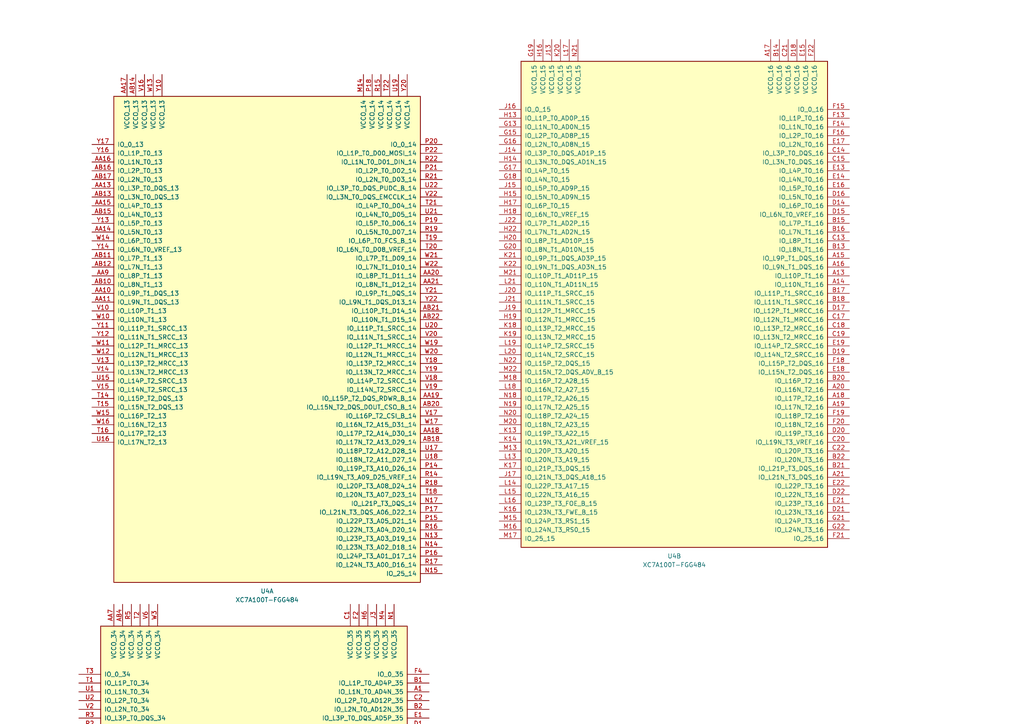
<source format=kicad_sch>
(kicad_sch (version 20230121) (generator eeschema)
  (paper "A4")
  (lib_symbols
    (symbol "FPGA_Xilinx_Artix7:XC7A100T-FGG484" (pin_names (offset 1.016))
      (property "Reference" "U" (at 0 1.27 0))
      (property "Value" "XC7A100T-FGG484" (at 0 -1.27 0))
      (symbol "XC7A100T-FGG484_1_1"
        (rectangle (start -44.45 67.31) (end 44.45 -73.66) (stroke (width 0.254)) (fill (type background)))
        (pin bidirectional line (at -50.8 10.16 0) (length 6.35) (name "IO_L9P_T1_DQS_13") (number "AA10"))
        (pin bidirectional line (at -50.8 7.62 0) (length 6.35) (name "IO_L9N_T1_DQS_13") (number "AA11"))
        (pin bidirectional line (at -50.8 40.64 0) (length 6.35) (name "IO_L3P_T0_DQS_13") (number "AA13"))
        (pin bidirectional line (at -50.8 27.94 0) (length 6.35) (name "IO_L5N_T0_13") (number "AA14"))
        (pin bidirectional line (at -50.8 35.56 0) (length 6.35) (name "IO_L4P_T0_13") (number "AA15"))
        (pin bidirectional line (at -50.8 48.26 0) (length 6.35) (name "IO_L1N_T0_13") (number "AA16"))
        (pin power_in line (at -40.64 73.66 270) (length 6.35) (name "VCCO_13") (number "AA17"))
        (pin bidirectional line (at 50.8 -30.48 180) (length 6.35) (name "IO_L17P_T2_A14_D30_14") (number "AA18"))
        (pin bidirectional line (at 50.8 -20.32 180) (length 6.35) (name "IO_L15P_T2_DQS_RDWR_B_14") (number "AA19"))
        (pin bidirectional line (at 50.8 15.24 180) (length 6.35) (name "IO_L8P_T1_D11_14") (number "AA20"))
        (pin bidirectional line (at 50.8 12.7 180) (length 6.35) (name "IO_L8N_T1_D12_14") (number "AA21"))
        (pin bidirectional line (at -50.8 15.24 0) (length 6.35) (name "IO_L8P_T1_13") (number "AA9"))
        (pin bidirectional line (at -50.8 12.7 0) (length 6.35) (name "IO_L8N_T1_13") (number "AB10"))
        (pin bidirectional line (at -50.8 20.32 0) (length 6.35) (name "IO_L7P_T1_13") (number "AB11"))
        (pin bidirectional line (at -50.8 17.78 0) (length 6.35) (name "IO_L7N_T1_13") (number "AB12"))
        (pin bidirectional line (at -50.8 38.1 0) (length 6.35) (name "IO_L3N_T0_DQS_13") (number "AB13"))
        (pin power_in line (at -38.1 73.66 270) (length 6.35) (name "VCCO_13") (number "AB14"))
        (pin bidirectional line (at -50.8 33.02 0) (length 6.35) (name "IO_L4N_T0_13") (number "AB15"))
        (pin bidirectional line (at -50.8 45.72 0) (length 6.35) (name "IO_L2P_T0_13") (number "AB16"))
        (pin bidirectional line (at -50.8 43.18 0) (length 6.35) (name "IO_L2N_T0_13") (number "AB17"))
        (pin bidirectional line (at 50.8 -33.02 180) (length 6.35) (name "IO_L17N_T2_A13_D29_14") (number "AB18"))
        (pin bidirectional line (at 50.8 -22.86 180) (length 6.35) (name "IO_L15N_T2_DQS_DOUT_CSO_B_14") (number "AB20"))
        (pin bidirectional line (at 50.8 5.08 180) (length 6.35) (name "IO_L10P_T1_D14_14") (number "AB21"))
        (pin bidirectional line (at 50.8 2.54 180) (length 6.35) (name "IO_L10N_T1_D15_14") (number "AB22"))
        (pin power_in line (at 27.94 73.66 270) (length 6.35) (name "VCCO_14") (number "M14"))
        (pin bidirectional line (at 50.8 -60.96 180) (length 6.35) (name "IO_L23P_T3_A03_D19_14") (number "N13"))
        (pin bidirectional line (at 50.8 -63.5 180) (length 6.35) (name "IO_L23N_T3_A02_D18_14") (number "N14"))
        (pin bidirectional line (at 50.8 -71.12 180) (length 6.35) (name "IO_25_14") (number "N15"))
        (pin bidirectional line (at 50.8 -50.8 180) (length 6.35) (name "IO_L21P_T3_DQS_14") (number "N17"))
        (pin bidirectional line (at 50.8 -40.64 180) (length 6.35) (name "IO_L19P_T3_A10_D26_14") (number "P14"))
        (pin bidirectional line (at 50.8 -55.88 180) (length 6.35) (name "IO_L22P_T3_A05_D21_14") (number "P15"))
        (pin bidirectional line (at 50.8 -66.04 180) (length 6.35) (name "IO_L24P_T3_A01_D17_14") (number "P16"))
        (pin bidirectional line (at 50.8 -53.34 180) (length 6.35) (name "IO_L21N_T3_DQS_A06_D22_14") (number "P17"))
        (pin power_in line (at 30.48 73.66 270) (length 6.35) (name "VCCO_14") (number "P18"))
        (pin bidirectional line (at 50.8 30.48 180) (length 6.35) (name "IO_L5P_T0_D06_14") (number "P19"))
        (pin bidirectional line (at 50.8 53.34 180) (length 6.35) (name "IO_0_14") (number "P20"))
        (pin bidirectional line (at 50.8 45.72 180) (length 6.35) (name "IO_L2P_T0_D02_14") (number "P21"))
        (pin bidirectional line (at 50.8 50.8 180) (length 6.35) (name "IO_L1P_T0_D00_MOSI_14") (number "P22"))
        (pin bidirectional line (at 50.8 -43.18 180) (length 6.35) (name "IO_L19N_T3_A09_D25_VREF_14") (number "R14"))
        (pin power_in line (at 33.02 73.66 270) (length 6.35) (name "VCCO_14") (number "R15"))
        (pin bidirectional line (at 50.8 -58.42 180) (length 6.35) (name "IO_L22N_T3_A04_D20_14") (number "R16"))
        (pin bidirectional line (at 50.8 -68.58 180) (length 6.35) (name "IO_L24N_T3_A00_D16_14") (number "R17"))
        (pin bidirectional line (at 50.8 -45.72 180) (length 6.35) (name "IO_L20P_T3_A08_D24_14") (number "R18"))
        (pin bidirectional line (at 50.8 27.94 180) (length 6.35) (name "IO_L5N_T0_D07_14") (number "R19"))
        (pin bidirectional line (at 50.8 43.18 180) (length 6.35) (name "IO_L2N_T0_D03_14") (number "R21"))
        (pin bidirectional line (at 50.8 48.26 180) (length 6.35) (name "IO_L1N_T0_D01_DIN_14") (number "R22"))
        (pin bidirectional line (at -50.8 -20.32 0) (length 6.35) (name "IO_L15P_T2_DQS_13") (number "T14"))
        (pin bidirectional line (at -50.8 -22.86 0) (length 6.35) (name "IO_L15N_T2_DQS_13") (number "T15"))
        (pin bidirectional line (at -50.8 -30.48 0) (length 6.35) (name "IO_L17P_T2_13") (number "T16"))
        (pin bidirectional line (at 50.8 -48.26 180) (length 6.35) (name "IO_L20N_T3_A07_D23_14") (number "T18"))
        (pin bidirectional line (at 50.8 25.4 180) (length 6.35) (name "IO_L6P_T0_FCS_B_14") (number "T19"))
        (pin bidirectional line (at 50.8 22.86 180) (length 6.35) (name "IO_L6N_T0_D08_VREF_14") (number "T20"))
        (pin bidirectional line (at 50.8 35.56 180) (length 6.35) (name "IO_L4P_T0_D04_14") (number "T21"))
        (pin power_in line (at 35.56 73.66 270) (length 6.35) (name "VCCO_14") (number "T22"))
        (pin bidirectional line (at -50.8 -15.24 0) (length 6.35) (name "IO_L14P_T2_SRCC_13") (number "U15"))
        (pin bidirectional line (at -50.8 -33.02 0) (length 6.35) (name "IO_L17N_T2_13") (number "U16"))
        (pin bidirectional line (at 50.8 -35.56 180) (length 6.35) (name "IO_L18P_T2_A12_D28_14") (number "U17"))
        (pin bidirectional line (at 50.8 -38.1 180) (length 6.35) (name "IO_L18N_T2_A11_D27_14") (number "U18"))
        (pin power_in line (at 38.1 73.66 270) (length 6.35) (name "VCCO_14") (number "U19"))
        (pin bidirectional line (at 50.8 0 180) (length 6.35) (name "IO_L11P_T1_SRCC_14") (number "U20"))
        (pin bidirectional line (at 50.8 33.02 180) (length 6.35) (name "IO_L4N_T0_D05_14") (number "U21"))
        (pin bidirectional line (at 50.8 40.64 180) (length 6.35) (name "IO_L3P_T0_DQS_PUDC_B_14") (number "U22"))
        (pin bidirectional line (at -50.8 5.08 0) (length 6.35) (name "IO_L10P_T1_13") (number "V10"))
        (pin bidirectional line (at -50.8 -10.16 0) (length 6.35) (name "IO_L13P_T2_MRCC_13") (number "V13"))
        (pin bidirectional line (at -50.8 -12.7 0) (length 6.35) (name "IO_L13N_T2_MRCC_13") (number "V14"))
        (pin bidirectional line (at -50.8 -17.78 0) (length 6.35) (name "IO_L14N_T2_SRCC_13") (number "V15"))
        (pin power_in line (at -35.56 73.66 270) (length 6.35) (name "VCCO_13") (number "V16"))
        (pin bidirectional line (at 50.8 -25.4 180) (length 6.35) (name "IO_L16P_T2_CSI_B_14") (number "V17"))
        (pin bidirectional line (at 50.8 -15.24 180) (length 6.35) (name "IO_L14P_T2_SRCC_14") (number "V18"))
        (pin bidirectional line (at 50.8 -17.78 180) (length 6.35) (name "IO_L14N_T2_SRCC_14") (number "V19"))
        (pin bidirectional line (at 50.8 -2.54 180) (length 6.35) (name "IO_L11N_T1_SRCC_14") (number "V20"))
        (pin bidirectional line (at 50.8 38.1 180) (length 6.35) (name "IO_L3N_T0_DQS_EMCCLK_14") (number "V22"))
        (pin bidirectional line (at -50.8 2.54 0) (length 6.35) (name "IO_L10N_T1_13") (number "W10"))
        (pin bidirectional line (at -50.8 -5.08 0) (length 6.35) (name "IO_L12P_T1_MRCC_13") (number "W11"))
        (pin bidirectional line (at -50.8 -7.62 0) (length 6.35) (name "IO_L12N_T1_MRCC_13") (number "W12"))
        (pin power_in line (at -33.02 73.66 270) (length 6.35) (name "VCCO_13") (number "W13"))
        (pin bidirectional line (at -50.8 25.4 0) (length 6.35) (name "IO_L6P_T0_13") (number "W14"))
        (pin bidirectional line (at -50.8 -25.4 0) (length 6.35) (name "IO_L16P_T2_13") (number "W15"))
        (pin bidirectional line (at -50.8 -27.94 0) (length 6.35) (name "IO_L16N_T2_13") (number "W16"))
        (pin bidirectional line (at 50.8 -27.94 180) (length 6.35) (name "IO_L16N_T2_A15_D31_14") (number "W17"))
        (pin bidirectional line (at 50.8 -5.08 180) (length 6.35) (name "IO_L12P_T1_MRCC_14") (number "W19"))
        (pin bidirectional line (at 50.8 -7.62 180) (length 6.35) (name "IO_L12N_T1_MRCC_14") (number "W20"))
        (pin bidirectional line (at 50.8 20.32 180) (length 6.35) (name "IO_L7P_T1_D09_14") (number "W21"))
        (pin bidirectional line (at 50.8 17.78 180) (length 6.35) (name "IO_L7N_T1_D10_14") (number "W22"))
        (pin power_in line (at -30.48 73.66 270) (length 6.35) (name "VCCO_13") (number "Y10"))
        (pin bidirectional line (at -50.8 0 0) (length 6.35) (name "IO_L11P_T1_SRCC_13") (number "Y11"))
        (pin bidirectional line (at -50.8 -2.54 0) (length 6.35) (name "IO_L11N_T1_SRCC_13") (number "Y12"))
        (pin bidirectional line (at -50.8 30.48 0) (length 6.35) (name "IO_L5P_T0_13") (number "Y13"))
        (pin bidirectional line (at -50.8 22.86 0) (length 6.35) (name "IO_L6N_T0_VREF_13") (number "Y14"))
        (pin bidirectional line (at -50.8 50.8 0) (length 6.35) (name "IO_L1P_T0_13") (number "Y16"))
        (pin bidirectional line (at -50.8 53.34 0) (length 6.35) (name "IO_0_13") (number "Y17"))
        (pin bidirectional line (at 50.8 -10.16 180) (length 6.35) (name "IO_L13P_T2_MRCC_14") (number "Y18"))
        (pin bidirectional line (at 50.8 -12.7 180) (length 6.35) (name "IO_L13N_T2_MRCC_14") (number "Y19"))
        (pin power_in line (at 40.64 73.66 270) (length 6.35) (name "VCCO_14") (number "Y20"))
        (pin bidirectional line (at 50.8 10.16 180) (length 6.35) (name "IO_L9P_T1_DQS_14") (number "Y21"))
        (pin bidirectional line (at 50.8 7.62 180) (length 6.35) (name "IO_L9N_T1_DQS_D13_14") (number "Y22"))
      )
      (symbol "XC7A100T-FGG484_2_1"
        (rectangle (start -44.45 67.31) (end 44.45 -73.66) (stroke (width 0.254)) (fill (type background)))
        (pin bidirectional line (at 50.8 5.08 180) (length 6.35) (name "IO_L10P_T1_16") (number "A13"))
        (pin bidirectional line (at 50.8 2.54 180) (length 6.35) (name "IO_L10N_T1_16") (number "A14"))
        (pin bidirectional line (at 50.8 10.16 180) (length 6.35) (name "IO_L9P_T1_DQS_16") (number "A15"))
        (pin bidirectional line (at 50.8 7.62 180) (length 6.35) (name "IO_L9N_T1_DQS_16") (number "A16"))
        (pin power_in line (at 27.94 73.66 270) (length 6.35) (name "VCCO_16") (number "A17"))
        (pin bidirectional line (at 50.8 -30.48 180) (length 6.35) (name "IO_L17P_T2_16") (number "A18"))
        (pin bidirectional line (at 50.8 -33.02 180) (length 6.35) (name "IO_L17N_T2_16") (number "A19"))
        (pin bidirectional line (at 50.8 -27.94 180) (length 6.35) (name "IO_L16N_T2_16") (number "A20"))
        (pin bidirectional line (at 50.8 -53.34 180) (length 6.35) (name "IO_L21N_T3_DQS_16") (number "A21"))
        (pin bidirectional line (at 50.8 12.7 180) (length 6.35) (name "IO_L8N_T1_16") (number "B13"))
        (pin power_in line (at 30.48 73.66 270) (length 6.35) (name "VCCO_16") (number "B14"))
        (pin bidirectional line (at 50.8 20.32 180) (length 6.35) (name "IO_L7P_T1_16") (number "B15"))
        (pin bidirectional line (at 50.8 17.78 180) (length 6.35) (name "IO_L7N_T1_16") (number "B16"))
        (pin bidirectional line (at 50.8 0 180) (length 6.35) (name "IO_L11P_T1_SRCC_16") (number "B17"))
        (pin bidirectional line (at 50.8 -2.54 180) (length 6.35) (name "IO_L11N_T1_SRCC_16") (number "B18"))
        (pin bidirectional line (at 50.8 -25.4 180) (length 6.35) (name "IO_L16P_T2_16") (number "B20"))
        (pin bidirectional line (at 50.8 -50.8 180) (length 6.35) (name "IO_L21P_T3_DQS_16") (number "B21"))
        (pin bidirectional line (at 50.8 -48.26 180) (length 6.35) (name "IO_L20N_T3_16") (number "B22"))
        (pin bidirectional line (at 50.8 15.24 180) (length 6.35) (name "IO_L8P_T1_16") (number "C13"))
        (pin bidirectional line (at 50.8 40.64 180) (length 6.35) (name "IO_L3P_T0_DQS_16") (number "C14"))
        (pin bidirectional line (at 50.8 38.1 180) (length 6.35) (name "IO_L3N_T0_DQS_16") (number "C15"))
        (pin bidirectional line (at 50.8 -7.62 180) (length 6.35) (name "IO_L12N_T1_MRCC_16") (number "C17"))
        (pin bidirectional line (at 50.8 -10.16 180) (length 6.35) (name "IO_L13P_T2_MRCC_16") (number "C18"))
        (pin bidirectional line (at 50.8 -12.7 180) (length 6.35) (name "IO_L13N_T2_MRCC_16") (number "C19"))
        (pin bidirectional line (at 50.8 -43.18 180) (length 6.35) (name "IO_L19N_T3_VREF_16") (number "C20"))
        (pin power_in line (at 33.02 73.66 270) (length 6.35) (name "VCCO_16") (number "C21"))
        (pin bidirectional line (at 50.8 -45.72 180) (length 6.35) (name "IO_L20P_T3_16") (number "C22"))
        (pin bidirectional line (at 50.8 25.4 180) (length 6.35) (name "IO_L6P_T0_16") (number "D14"))
        (pin bidirectional line (at 50.8 22.86 180) (length 6.35) (name "IO_L6N_T0_VREF_16") (number "D15"))
        (pin bidirectional line (at 50.8 27.94 180) (length 6.35) (name "IO_L5N_T0_16") (number "D16"))
        (pin bidirectional line (at 50.8 -5.08 180) (length 6.35) (name "IO_L12P_T1_MRCC_16") (number "D17"))
        (pin power_in line (at 35.56 73.66 270) (length 6.35) (name "VCCO_16") (number "D18"))
        (pin bidirectional line (at 50.8 -17.78 180) (length 6.35) (name "IO_L14N_T2_SRCC_16") (number "D19"))
        (pin bidirectional line (at 50.8 -40.64 180) (length 6.35) (name "IO_L19P_T3_16") (number "D20"))
        (pin bidirectional line (at 50.8 -63.5 180) (length 6.35) (name "IO_L23N_T3_16") (number "D21"))
        (pin bidirectional line (at 50.8 -58.42 180) (length 6.35) (name "IO_L22N_T3_16") (number "D22"))
        (pin bidirectional line (at 50.8 35.56 180) (length 6.35) (name "IO_L4P_T0_16") (number "E13"))
        (pin bidirectional line (at 50.8 33.02 180) (length 6.35) (name "IO_L4N_T0_16") (number "E14"))
        (pin power_in line (at 38.1 73.66 270) (length 6.35) (name "VCCO_16") (number "E15"))
        (pin bidirectional line (at 50.8 30.48 180) (length 6.35) (name "IO_L5P_T0_16") (number "E16"))
        (pin bidirectional line (at 50.8 43.18 180) (length 6.35) (name "IO_L2N_T0_16") (number "E17"))
        (pin bidirectional line (at 50.8 -22.86 180) (length 6.35) (name "IO_L15N_T2_DQS_16") (number "E18"))
        (pin bidirectional line (at 50.8 -15.24 180) (length 6.35) (name "IO_L14P_T2_SRCC_16") (number "E19"))
        (pin bidirectional line (at 50.8 -60.96 180) (length 6.35) (name "IO_L23P_T3_16") (number "E21"))
        (pin bidirectional line (at 50.8 -55.88 180) (length 6.35) (name "IO_L22P_T3_16") (number "E22"))
        (pin bidirectional line (at 50.8 50.8 180) (length 6.35) (name "IO_L1P_T0_16") (number "F13"))
        (pin bidirectional line (at 50.8 48.26 180) (length 6.35) (name "IO_L1N_T0_16") (number "F14"))
        (pin bidirectional line (at 50.8 53.34 180) (length 6.35) (name "IO_0_16") (number "F15"))
        (pin bidirectional line (at 50.8 45.72 180) (length 6.35) (name "IO_L2P_T0_16") (number "F16"))
        (pin bidirectional line (at 50.8 -20.32 180) (length 6.35) (name "IO_L15P_T2_DQS_16") (number "F18"))
        (pin bidirectional line (at 50.8 -35.56 180) (length 6.35) (name "IO_L18P_T2_16") (number "F19"))
        (pin bidirectional line (at 50.8 -38.1 180) (length 6.35) (name "IO_L18N_T2_16") (number "F20"))
        (pin bidirectional line (at 50.8 -71.12 180) (length 6.35) (name "IO_25_16") (number "F21"))
        (pin power_in line (at 40.64 73.66 270) (length 6.35) (name "VCCO_16") (number "F22"))
        (pin bidirectional line (at -50.8 48.26 0) (length 6.35) (name "IO_L1N_T0_AD0N_15") (number "G13"))
        (pin bidirectional line (at -50.8 45.72 0) (length 6.35) (name "IO_L2P_T0_AD8P_15") (number "G15"))
        (pin bidirectional line (at -50.8 43.18 0) (length 6.35) (name "IO_L2N_T0_AD8N_15") (number "G16"))
        (pin bidirectional line (at -50.8 35.56 0) (length 6.35) (name "IO_L4P_T0_15") (number "G17"))
        (pin bidirectional line (at -50.8 33.02 0) (length 6.35) (name "IO_L4N_T0_15") (number "G18"))
        (pin power_in line (at -40.64 73.66 270) (length 6.35) (name "VCCO_15") (number "G19"))
        (pin bidirectional line (at -50.8 12.7 0) (length 6.35) (name "IO_L8N_T1_AD10N_15") (number "G20"))
        (pin bidirectional line (at 50.8 -66.04 180) (length 6.35) (name "IO_L24P_T3_16") (number "G21"))
        (pin bidirectional line (at 50.8 -68.58 180) (length 6.35) (name "IO_L24N_T3_16") (number "G22"))
        (pin bidirectional line (at -50.8 50.8 0) (length 6.35) (name "IO_L1P_T0_AD0P_15") (number "H13"))
        (pin bidirectional line (at -50.8 38.1 0) (length 6.35) (name "IO_L3N_T0_DQS_AD1N_15") (number "H14"))
        (pin bidirectional line (at -50.8 27.94 0) (length 6.35) (name "IO_L5N_T0_AD9N_15") (number "H15"))
        (pin power_in line (at -38.1 73.66 270) (length 6.35) (name "VCCO_15") (number "H16"))
        (pin bidirectional line (at -50.8 25.4 0) (length 6.35) (name "IO_L6P_T0_15") (number "H17"))
        (pin bidirectional line (at -50.8 22.86 0) (length 6.35) (name "IO_L6N_T0_VREF_15") (number "H18"))
        (pin bidirectional line (at -50.8 -7.62 0) (length 6.35) (name "IO_L12N_T1_MRCC_15") (number "H19"))
        (pin bidirectional line (at -50.8 15.24 0) (length 6.35) (name "IO_L8P_T1_AD10P_15") (number "H20"))
        (pin bidirectional line (at -50.8 17.78 0) (length 6.35) (name "IO_L7N_T1_AD2N_15") (number "H22"))
        (pin power_in line (at -35.56 73.66 270) (length 6.35) (name "VCCO_15") (number "J13"))
        (pin bidirectional line (at -50.8 40.64 0) (length 6.35) (name "IO_L3P_T0_DQS_AD1P_15") (number "J14"))
        (pin bidirectional line (at -50.8 30.48 0) (length 6.35) (name "IO_L5P_T0_AD9P_15") (number "J15"))
        (pin bidirectional line (at -50.8 53.34 0) (length 6.35) (name "IO_0_15") (number "J16"))
        (pin bidirectional line (at -50.8 -53.34 0) (length 6.35) (name "IO_L21N_T3_DQS_A18_15") (number "J17"))
        (pin bidirectional line (at -50.8 -5.08 0) (length 6.35) (name "IO_L12P_T1_MRCC_15") (number "J19"))
        (pin bidirectional line (at -50.8 0 0) (length 6.35) (name "IO_L11P_T1_SRCC_15") (number "J20"))
        (pin bidirectional line (at -50.8 -2.54 0) (length 6.35) (name "IO_L11N_T1_SRCC_15") (number "J21"))
        (pin bidirectional line (at -50.8 20.32 0) (length 6.35) (name "IO_L7P_T1_AD2P_15") (number "J22"))
        (pin bidirectional line (at -50.8 -40.64 0) (length 6.35) (name "IO_L19P_T3_A22_15") (number "K13"))
        (pin bidirectional line (at -50.8 -43.18 0) (length 6.35) (name "IO_L19N_T3_A21_VREF_15") (number "K14"))
        (pin bidirectional line (at -50.8 -63.5 0) (length 6.35) (name "IO_L23N_T3_FWE_B_15") (number "K16"))
        (pin bidirectional line (at -50.8 -50.8 0) (length 6.35) (name "IO_L21P_T3_DQS_15") (number "K17"))
        (pin bidirectional line (at -50.8 -10.16 0) (length 6.35) (name "IO_L13P_T2_MRCC_15") (number "K18"))
        (pin bidirectional line (at -50.8 -12.7 0) (length 6.35) (name "IO_L13N_T2_MRCC_15") (number "K19"))
        (pin power_in line (at -33.02 73.66 270) (length 6.35) (name "VCCO_15") (number "K20"))
        (pin bidirectional line (at -50.8 10.16 0) (length 6.35) (name "IO_L9P_T1_DQS_AD3P_15") (number "K21"))
        (pin bidirectional line (at -50.8 7.62 0) (length 6.35) (name "IO_L9N_T1_DQS_AD3N_15") (number "K22"))
        (pin bidirectional line (at -50.8 -48.26 0) (length 6.35) (name "IO_L20N_T3_A19_15") (number "L13"))
        (pin bidirectional line (at -50.8 -55.88 0) (length 6.35) (name "IO_L22P_T3_A17_15") (number "L14"))
        (pin bidirectional line (at -50.8 -58.42 0) (length 6.35) (name "IO_L22N_T3_A16_15") (number "L15"))
        (pin bidirectional line (at -50.8 -60.96 0) (length 6.35) (name "IO_L23P_T3_FOE_B_15") (number "L16"))
        (pin power_in line (at -30.48 73.66 270) (length 6.35) (name "VCCO_15") (number "L17"))
        (pin bidirectional line (at -50.8 -27.94 0) (length 6.35) (name "IO_L16N_T2_A27_15") (number "L18"))
        (pin bidirectional line (at -50.8 -15.24 0) (length 6.35) (name "IO_L14P_T2_SRCC_15") (number "L19"))
        (pin bidirectional line (at -50.8 -17.78 0) (length 6.35) (name "IO_L14N_T2_SRCC_15") (number "L20"))
        (pin bidirectional line (at -50.8 2.54 0) (length 6.35) (name "IO_L10N_T1_AD11N_15") (number "L21"))
        (pin bidirectional line (at -50.8 -45.72 0) (length 6.35) (name "IO_L20P_T3_A20_15") (number "M13"))
        (pin bidirectional line (at -50.8 -66.04 0) (length 6.35) (name "IO_L24P_T3_RS1_15") (number "M15"))
        (pin bidirectional line (at -50.8 -68.58 0) (length 6.35) (name "IO_L24N_T3_RS0_15") (number "M16"))
        (pin bidirectional line (at -50.8 -71.12 0) (length 6.35) (name "IO_25_15") (number "M17"))
        (pin bidirectional line (at -50.8 -25.4 0) (length 6.35) (name "IO_L16P_T2_A28_15") (number "M18"))
        (pin bidirectional line (at -50.8 -38.1 0) (length 6.35) (name "IO_L18N_T2_A23_15") (number "M20"))
        (pin bidirectional line (at -50.8 5.08 0) (length 6.35) (name "IO_L10P_T1_AD11P_15") (number "M21"))
        (pin bidirectional line (at -50.8 -22.86 0) (length 6.35) (name "IO_L15N_T2_DQS_ADV_B_15") (number "M22"))
        (pin bidirectional line (at -50.8 -30.48 0) (length 6.35) (name "IO_L17P_T2_A26_15") (number "N18"))
        (pin bidirectional line (at -50.8 -33.02 0) (length 6.35) (name "IO_L17N_T2_A25_15") (number "N19"))
        (pin bidirectional line (at -50.8 -35.56 0) (length 6.35) (name "IO_L18P_T2_A24_15") (number "N20"))
        (pin power_in line (at -27.94 73.66 270) (length 6.35) (name "VCCO_15") (number "N21"))
        (pin bidirectional line (at -50.8 -20.32 0) (length 6.35) (name "IO_L15P_T2_DQS_15") (number "N22"))
      )
      (symbol "XC7A100T-FGG484_3_1"
        (rectangle (start -44.45 67.31) (end 44.45 -73.66) (stroke (width 0.254)) (fill (type background)))
        (pin bidirectional line (at 50.8 48.26 180) (length 6.35) (name "IO_L1N_T0_AD4N_35") (number "A1"))
        (pin bidirectional line (at -50.8 20.32 0) (length 6.35) (name "IO_L7P_T1_34") (number "AA1"))
        (pin bidirectional line (at -50.8 7.62 0) (length 6.35) (name "IO_L9N_T1_DQS_34") (number "AA3"))
        (pin bidirectional line (at -50.8 -2.54 0) (length 6.35) (name "IO_L11N_T1_SRCC_34") (number "AA4"))
        (pin bidirectional line (at -50.8 5.08 0) (length 6.35) (name "IO_L10P_T1_34") (number "AA5"))
        (pin bidirectional line (at -50.8 -38.1 0) (length 6.35) (name "IO_L18N_T2_34") (number "AA6"))
        (pin power_in line (at -40.64 73.66 270) (length 6.35) (name "VCCO_34") (number "AA7"))
        (pin bidirectional line (at -50.8 -55.88 0) (length 6.35) (name "IO_L22P_T3_34") (number "AA8"))
        (pin bidirectional line (at -50.8 17.78 0) (length 6.35) (name "IO_L7N_T1_34") (number "AB1"))
        (pin bidirectional line (at -50.8 12.7 0) (length 6.35) (name "IO_L8N_T1_34") (number "AB2"))
        (pin bidirectional line (at -50.8 15.24 0) (length 6.35) (name "IO_L8P_T1_34") (number "AB3"))
        (pin power_in line (at -38.1 73.66 270) (length 6.35) (name "VCCO_34") (number "AB4"))
        (pin bidirectional line (at -50.8 2.54 0) (length 6.35) (name "IO_L10N_T1_34") (number "AB5"))
        (pin bidirectional line (at -50.8 -48.26 0) (length 6.35) (name "IO_L20N_T3_34") (number "AB6"))
        (pin bidirectional line (at -50.8 -45.72 0) (length 6.35) (name "IO_L20P_T3_34") (number "AB7"))
        (pin bidirectional line (at -50.8 -58.42 0) (length 6.35) (name "IO_L22N_T3_34") (number "AB8"))
        (pin bidirectional line (at 50.8 50.8 180) (length 6.35) (name "IO_L1P_T0_AD4P_35") (number "B1"))
        (pin bidirectional line (at 50.8 43.18 180) (length 6.35) (name "IO_L2N_T0_AD12N_35") (number "B2"))
        (pin power_in line (at 27.94 73.66 270) (length 6.35) (name "VCCO_35") (number "C1"))
        (pin bidirectional line (at 50.8 45.72 180) (length 6.35) (name "IO_L2P_T0_AD12P_35") (number "C2"))
        (pin bidirectional line (at 50.8 38.1 180) (length 6.35) (name "IO_L3N_T0_DQS_AD5N_35") (number "D1"))
        (pin bidirectional line (at 50.8 33.02 180) (length 6.35) (name "IO_L4N_T0_35") (number "D2"))
        (pin bidirectional line (at 50.8 40.64 180) (length 6.35) (name "IO_L3P_T0_DQS_AD5P_35") (number "E1"))
        (pin bidirectional line (at 50.8 35.56 180) (length 6.35) (name "IO_L4P_T0_35") (number "E2"))
        (pin bidirectional line (at 50.8 22.86 180) (length 6.35) (name "IO_L6N_T0_VREF_35") (number "E3"))
        (pin bidirectional line (at 50.8 27.94 180) (length 6.35) (name "IO_L5N_T0_AD13N_35") (number "F1"))
        (pin power_in line (at 30.48 73.66 270) (length 6.35) (name "VCCO_35") (number "F2"))
        (pin bidirectional line (at 50.8 25.4 180) (length 6.35) (name "IO_L6P_T0_35") (number "F3"))
        (pin bidirectional line (at 50.8 53.34 180) (length 6.35) (name "IO_0_35") (number "F4"))
        (pin bidirectional line (at 50.8 30.48 180) (length 6.35) (name "IO_L5P_T0_AD13P_35") (number "G1"))
        (pin bidirectional line (at 50.8 12.7 180) (length 6.35) (name "IO_L8N_T1_AD14N_35") (number "G2"))
        (pin bidirectional line (at 50.8 -2.54 180) (length 6.35) (name "IO_L11N_T1_SRCC_35") (number "G3"))
        (pin bidirectional line (at 50.8 -7.62 180) (length 6.35) (name "IO_L12N_T1_MRCC_35") (number "G4"))
        (pin bidirectional line (at 50.8 15.24 180) (length 6.35) (name "IO_L8P_T1_AD14P_35") (number "H2"))
        (pin bidirectional line (at 50.8 0 180) (length 6.35) (name "IO_L11P_T1_SRCC_35") (number "H3"))
        (pin bidirectional line (at 50.8 -5.08 180) (length 6.35) (name "IO_L12P_T1_MRCC_35") (number "H4"))
        (pin bidirectional line (at 50.8 2.54 180) (length 6.35) (name "IO_L10N_T1_AD15N_35") (number "H5"))
        (pin power_in line (at 33.02 73.66 270) (length 6.35) (name "VCCO_35") (number "H6"))
        (pin bidirectional line (at 50.8 17.78 180) (length 6.35) (name "IO_L7N_T1_AD6N_35") (number "J1"))
        (pin bidirectional line (at 50.8 7.62 180) (length 6.35) (name "IO_L9N_T1_DQS_AD7N_35") (number "J2"))
        (pin power_in line (at 35.56 73.66 270) (length 6.35) (name "VCCO_35") (number "J3"))
        (pin bidirectional line (at 50.8 -12.7 180) (length 6.35) (name "IO_L13N_T2_MRCC_35") (number "J4"))
        (pin bidirectional line (at 50.8 5.08 180) (length 6.35) (name "IO_L10P_T1_AD15P_35") (number "J5"))
        (pin bidirectional line (at 50.8 -33.02 180) (length 6.35) (name "IO_L17N_T2_35") (number "J6"))
        (pin bidirectional line (at 50.8 20.32 180) (length 6.35) (name "IO_L7P_T1_AD6P_35") (number "K1"))
        (pin bidirectional line (at 50.8 10.16 180) (length 6.35) (name "IO_L9P_T1_DQS_AD7P_35") (number "K2"))
        (pin bidirectional line (at 50.8 -17.78 180) (length 6.35) (name "IO_L14N_T2_SRCC_35") (number "K3"))
        (pin bidirectional line (at 50.8 -10.16 180) (length 6.35) (name "IO_L13P_T2_MRCC_35") (number "K4"))
        (pin bidirectional line (at 50.8 -30.48 180) (length 6.35) (name "IO_L17P_T2_35") (number "K6"))
        (pin bidirectional line (at 50.8 -22.86 180) (length 6.35) (name "IO_L15N_T2_DQS_35") (number "L1"))
        (pin bidirectional line (at 50.8 -15.24 180) (length 6.35) (name "IO_L14P_T2_SRCC_35") (number "L3"))
        (pin bidirectional line (at 50.8 -38.1 180) (length 6.35) (name "IO_L18N_T2_35") (number "L4"))
        (pin bidirectional line (at 50.8 -35.56 180) (length 6.35) (name "IO_L18P_T2_35") (number "L5"))
        (pin bidirectional line (at 50.8 -71.12 180) (length 6.35) (name "IO_25_35") (number "L6"))
        (pin bidirectional line (at 50.8 -20.32 180) (length 6.35) (name "IO_L15P_T2_DQS_35") (number "M1"))
        (pin bidirectional line (at 50.8 -27.94 180) (length 6.35) (name "IO_L16N_T2_35") (number "M2"))
        (pin bidirectional line (at 50.8 -25.4 180) (length 6.35) (name "IO_L16P_T2_35") (number "M3"))
        (pin power_in line (at 38.1 73.66 270) (length 6.35) (name "VCCO_35") (number "M4"))
        (pin bidirectional line (at 50.8 -63.5 180) (length 6.35) (name "IO_L23N_T3_35") (number "M5"))
        (pin bidirectional line (at 50.8 -60.96 180) (length 6.35) (name "IO_L23P_T3_35") (number "M6"))
        (pin power_in line (at 40.64 73.66 270) (length 6.35) (name "VCCO_35") (number "N1"))
        (pin bidirectional line (at 50.8 -58.42 180) (length 6.35) (name "IO_L22N_T3_35") (number "N2"))
        (pin bidirectional line (at 50.8 -43.18 180) (length 6.35) (name "IO_L19N_T3_VREF_35") (number "N3"))
        (pin bidirectional line (at 50.8 -40.64 180) (length 6.35) (name "IO_L19P_T3_35") (number "N4"))
        (pin bidirectional line (at 50.8 -68.58 180) (length 6.35) (name "IO_L24N_T3_35") (number "N5"))
        (pin bidirectional line (at 50.8 -48.26 180) (length 6.35) (name "IO_L20N_T3_35") (number "P1"))
        (pin bidirectional line (at 50.8 -55.88 180) (length 6.35) (name "IO_L22P_T3_35") (number "P2"))
        (pin bidirectional line (at 50.8 -53.34 180) (length 6.35) (name "IO_L21N_T3_DQS_35") (number "P4"))
        (pin bidirectional line (at 50.8 -50.8 180) (length 6.35) (name "IO_L21P_T3_DQS_35") (number "P5"))
        (pin bidirectional line (at 50.8 -66.04 180) (length 6.35) (name "IO_L24P_T3_35") (number "P6"))
        (pin bidirectional line (at 50.8 -45.72 180) (length 6.35) (name "IO_L20P_T3_35") (number "R1"))
        (pin bidirectional line (at -50.8 38.1 0) (length 6.35) (name "IO_L3N_T0_DQS_34") (number "R2"))
        (pin bidirectional line (at -50.8 40.64 0) (length 6.35) (name "IO_L3P_T0_DQS_34") (number "R3"))
        (pin bidirectional line (at -50.8 -10.16 0) (length 6.35) (name "IO_L13P_T2_MRCC_34") (number "R4"))
        (pin power_in line (at -35.56 73.66 270) (length 6.35) (name "VCCO_34") (number "R5"))
        (pin bidirectional line (at -50.8 -30.48 0) (length 6.35) (name "IO_L17P_T2_34") (number "R6"))
        (pin bidirectional line (at -50.8 50.8 0) (length 6.35) (name "IO_L1P_T0_34") (number "T1"))
        (pin power_in line (at -33.02 73.66 270) (length 6.35) (name "VCCO_34") (number "T2"))
        (pin bidirectional line (at -50.8 53.34 0) (length 6.35) (name "IO_0_34") (number "T3"))
        (pin bidirectional line (at -50.8 -12.7 0) (length 6.35) (name "IO_L13N_T2_MRCC_34") (number "T4"))
        (pin bidirectional line (at -50.8 -15.24 0) (length 6.35) (name "IO_L14P_T2_SRCC_34") (number "T5"))
        (pin bidirectional line (at -50.8 -33.02 0) (length 6.35) (name "IO_L17N_T2_34") (number "T6"))
        (pin bidirectional line (at -50.8 48.26 0) (length 6.35) (name "IO_L1N_T0_34") (number "U1"))
        (pin bidirectional line (at -50.8 45.72 0) (length 6.35) (name "IO_L2P_T0_34") (number "U2"))
        (pin bidirectional line (at -50.8 25.4 0) (length 6.35) (name "IO_L6P_T0_34") (number "U3"))
        (pin bidirectional line (at -50.8 -17.78 0) (length 6.35) (name "IO_L14N_T2_SRCC_34") (number "U5"))
        (pin bidirectional line (at -50.8 -25.4 0) (length 6.35) (name "IO_L16P_T2_34") (number "U6"))
        (pin bidirectional line (at -50.8 -71.12 0) (length 6.35) (name "IO_25_34") (number "U7"))
        (pin bidirectional line (at -50.8 43.18 0) (length 6.35) (name "IO_L2N_T0_34") (number "V2"))
        (pin bidirectional line (at -50.8 22.86 0) (length 6.35) (name "IO_L6N_T0_VREF_34") (number "V3"))
        (pin bidirectional line (at -50.8 -5.08 0) (length 6.35) (name "IO_L12P_T1_MRCC_34") (number "V4"))
        (pin bidirectional line (at -50.8 -27.94 0) (length 6.35) (name "IO_L16N_T2_34") (number "V5"))
        (pin power_in line (at -30.48 73.66 270) (length 6.35) (name "VCCO_34") (number "V6"))
        (pin bidirectional line (at -50.8 -40.64 0) (length 6.35) (name "IO_L19P_T3_34") (number "V7"))
        (pin bidirectional line (at -50.8 -53.34 0) (length 6.35) (name "IO_L21N_T3_DQS_34") (number "V8"))
        (pin bidirectional line (at -50.8 -50.8 0) (length 6.35) (name "IO_L21P_T3_DQS_34") (number "V9"))
        (pin bidirectional line (at -50.8 30.48 0) (length 6.35) (name "IO_L5P_T0_34") (number "W1"))
        (pin bidirectional line (at -50.8 35.56 0) (length 6.35) (name "IO_L4P_T0_34") (number "W2"))
        (pin power_in line (at -27.94 73.66 270) (length 6.35) (name "VCCO_34") (number "W3"))
        (pin bidirectional line (at -50.8 -7.62 0) (length 6.35) (name "IO_L12N_T1_MRCC_34") (number "W4"))
        (pin bidirectional line (at -50.8 -22.86 0) (length 6.35) (name "IO_L15N_T2_DQS_34") (number "W5"))
        (pin bidirectional line (at -50.8 -20.32 0) (length 6.35) (name "IO_L15P_T2_DQS_34") (number "W6"))
        (pin bidirectional line (at -50.8 -43.18 0) (length 6.35) (name "IO_L19N_T3_VREF_34") (number "W7"))
        (pin bidirectional line (at -50.8 -66.04 0) (length 6.35) (name "IO_L24P_T3_34") (number "W9"))
        (pin bidirectional line (at -50.8 27.94 0) (length 6.35) (name "IO_L5N_T0_34") (number "Y1"))
        (pin bidirectional line (at -50.8 33.02 0) (length 6.35) (name "IO_L4N_T0_34") (number "Y2"))
        (pin bidirectional line (at -50.8 10.16 0) (length 6.35) (name "IO_L9P_T1_DQS_34") (number "Y3"))
        (pin bidirectional line (at -50.8 0 0) (length 6.35) (name "IO_L11P_T1_SRCC_34") (number "Y4"))
        (pin bidirectional line (at -50.8 -35.56 0) (length 6.35) (name "IO_L18P_T2_34") (number "Y6"))
        (pin bidirectional line (at -50.8 -63.5 0) (length 6.35) (name "IO_L23N_T3_34") (number "Y7"))
        (pin bidirectional line (at -50.8 -60.96 0) (length 6.35) (name "IO_L23P_T3_34") (number "Y8"))
        (pin bidirectional line (at -50.8 -68.58 0) (length 6.35) (name "IO_L24N_T3_34") (number "Y9"))
      )
      (symbol "XC7A100T-FGG484_4_1"
        (rectangle (start -31.75 30.48) (end 31.75 -30.48) (stroke (width 0.254)) (fill (type background)))
        (pin bidirectional line (at -38.1 -7.62 0) (length 6.35) (name "MGTPRXN2_216") (number "A10"))
        (pin bidirectional line (at -38.1 25.4 0) (length 6.35) (name "MGTPTXN0_216") (number "A4"))
        (pin bidirectional line (at -38.1 15.24 0) (length 6.35) (name "MGTPTXN2_216") (number "A6"))
        (pin bidirectional line (at -38.1 2.54 0) (length 6.35) (name "MGTPRXN0_216") (number "A8"))
        (pin bidirectional line (at -38.1 -5.08 0) (length 6.35) (name "MGTPRXP2_216") (number "B10"))
        (pin bidirectional line (at -38.1 27.94 0) (length 6.35) (name "MGTPTXP0_216") (number "B4"))
        (pin bidirectional line (at -38.1 17.78 0) (length 6.35) (name "MGTPTXP2_216") (number "B6"))
        (pin bidirectional line (at -38.1 5.08 0) (length 6.35) (name "MGTPRXP0_216") (number "B8"))
        (pin bidirectional line (at -38.1 -2.54 0) (length 6.35) (name "MGTPRXN1_216") (number "C11"))
        (pin bidirectional line (at -38.1 20.32 0) (length 6.35) (name "MGTPTXN1_216") (number "C5"))
        (pin bidirectional line (at -38.1 10.16 0) (length 6.35) (name "MGTPTXN3_216") (number "C7"))
        (pin bidirectional line (at -38.1 -12.7 0) (length 6.35) (name "MGTPRXN3_216") (number "C9"))
        (pin bidirectional line (at -38.1 0 0) (length 6.35) (name "MGTPRXP1_216") (number "D11"))
        (pin bidirectional line (at -38.1 22.86 0) (length 6.35) (name "MGTPTXP1_216") (number "D5"))
        (pin bidirectional line (at -38.1 12.7 0) (length 6.35) (name "MGTPTXP3_216") (number "D7"))
        (pin bidirectional line (at -38.1 -10.16 0) (length 6.35) (name "MGTPRXP3_216") (number "D9"))
        (pin bidirectional line (at -38.1 -25.4 0) (length 6.35) (name "MGTREFCLK1N_216") (number "E10"))
        (pin bidirectional line (at -38.1 -20.32 0) (length 6.35) (name "MGTREFCLK0N_216") (number "E6"))
        (pin bidirectional line (at -38.1 -22.86 0) (length 6.35) (name "MGTREFCLK1P_216") (number "F10"))
        (pin bidirectional line (at -38.1 -17.78 0) (length 6.35) (name "MGTREFCLK0P_216") (number "F6"))
      )
      (symbol "XC7A100T-FGG484_5_1"
        (rectangle (start -31.75 12.7) (end 31.75 -12.7) (stroke (width 0.254)) (fill (type background)))
        (pin power_in line (at 38.1 2.54 180) (length 6.35) (name "MGTAVTT") (number "B11"))
        (pin power_in line (at 38.1 10.16 180) (length 6.35) (name "MGTAVTT") (number "B5"))
        (pin power_in line (at 38.1 7.62 180) (length 6.35) (name "MGTAVTT") (number "B7"))
        (pin power_in line (at 38.1 5.08 180) (length 6.35) (name "MGTAVTT") (number "B9"))
        (pin power_in line (at 38.1 0 180) (length 6.35) (name "MGTAVTT") (number "C4"))
        (pin power_in line (at 38.1 -2.54 180) (length 6.35) (name "MGTAVTT") (number "C8"))
        (pin power_in line (at -38.1 7.62 0) (length 6.35) (name "MGTAVCC") (number "D10"))
        (pin power_in line (at -38.1 10.16 0) (length 6.35) (name "MGTAVCC") (number "D6"))
        (pin power_in line (at -38.1 0 0) (length 6.35) (name "MGTAVCC") (number "E8"))
        (pin power_in line (at -38.1 5.08 0) (length 6.35) (name "MGTAVCC") (number "F7"))
        (pin power_in line (at 38.1 -7.62 180) (length 6.35) (name "MGTRREF_216") (number "F8"))
        (pin power_in line (at -38.1 2.54 0) (length 6.35) (name "MGTAVCC") (number "F9"))
      )
      (symbol "XC7A100T-FGG484_6_1"
        (rectangle (start -31.75 34.29) (end 31.75 -40.64) (stroke (width 0.254)) (fill (type background)))
        (pin power_in line (at 25.4 40.64 270) (length 6.35) (name "VCCO_0") (number "F12"))
        (pin bidirectional line (at 38.1 -5.08 180) (length 6.35) (name "DONE_0") (number "G11"))
        (pin bidirectional line (at 38.1 -20.32 180) (length 6.35) (name "VP_0") (number "L10"))
        (pin bidirectional line (at 38.1 7.62 180) (length 6.35) (name "CCLK_0") (number "L12"))
        (pin bidirectional line (at 38.1 -30.48 180) (length 6.35) (name "VREFN_0") (number "L9"))
        (pin bidirectional line (at 38.1 -27.94 180) (length 6.35) (name "VREFP_0") (number "M10"))
        (pin bidirectional line (at 38.1 -22.86 180) (length 6.35) (name "VN_0") (number "M9"))
        (pin bidirectional line (at 38.1 -35.56 180) (length 6.35) (name "DXP_0") (number "N10"))
        (pin bidirectional line (at 38.1 -10.16 180) (length 6.35) (name "PROGRAM_B_0") (number "N12"))
        (pin bidirectional line (at 38.1 -38.1 180) (length 6.35) (name "DXN_0") (number "N9"))
        (pin bidirectional line (at 38.1 20.32 180) (length 6.35) (name "TDI_0") (number "R13"))
        (pin power_in line (at 27.94 40.64 270) (length 6.35) (name "VCCO_0") (number "T12"))
        (pin bidirectional line (at 38.1 15.24 180) (length 6.35) (name "TMS_0") (number "T13"))
        (pin bidirectional line (at 38.1 2.54 180) (length 6.35) (name "M1_0") (number "U10"))
        (pin bidirectional line (at 38.1 5.08 180) (length 6.35) (name "M0_0") (number "U11"))
        (pin bidirectional line (at 38.1 -7.62 180) (length 6.35) (name "INIT_B_0") (number "U12"))
        (pin bidirectional line (at 38.1 17.78 180) (length 6.35) (name "TDO_0") (number "U13"))
        (pin bidirectional line (at 38.1 -15.24 180) (length 6.35) (name "CFGBVS_0") (number "U8"))
        (pin bidirectional line (at 38.1 0 180) (length 6.35) (name "M2_0") (number "U9"))
        (pin bidirectional line (at 38.1 12.7 180) (length 6.35) (name "TCK_0") (number "V12"))
      )
      (symbol "XC7A100T-FGG484_7_1"
        (rectangle (start -19.05 76.2) (end 19.05 -76.2) (stroke (width 0.254)) (fill (type background)))
        (pin power_in line (at -25.4 22.86 0) (length 6.35) (name "GND") (number "A11"))
        (pin power_in line (at -25.4 20.32 0) (length 6.35) (name "GND") (number "A12"))
        (pin power_in line (at -25.4 35.56 0) (length 6.35) (name "GND") (number "A2"))
        (pin power_in line (at -25.4 17.78 0) (length 6.35) (name "GND") (number "A22"))
        (pin power_in line (at -25.4 33.02 0) (length 6.35) (name "GND") (number "A3"))
        (pin power_in line (at -25.4 30.48 0) (length 6.35) (name "GND") (number "A5"))
        (pin power_in line (at -25.4 27.94 0) (length 6.35) (name "GND") (number "A7"))
        (pin power_in line (at -25.4 25.4 0) (length 6.35) (name "GND") (number "A9"))
        (pin power_in line (at 25.4 -66.04 180) (length 6.35) (name "GND") (number "AA12"))
        (pin power_in line (at 25.4 -63.5 180) (length 6.35) (name "GND") (number "AA2"))
        (pin power_in line (at 25.4 -68.58 180) (length 6.35) (name "GND") (number "AA22"))
        (pin power_in line (at 25.4 -73.66 180) (length 6.35) (name "GND") (number "AB19"))
        (pin power_in line (at 25.4 -71.12 180) (length 6.35) (name "GND") (number "AB9"))
        (pin power_in line (at -25.4 12.7 0) (length 6.35) (name "GND") (number "B12"))
        (pin power_in line (at -25.4 10.16 0) (length 6.35) (name "GND") (number "B19"))
        (pin power_in line (at -25.4 15.24 0) (length 6.35) (name "GND") (number "B3"))
        (pin power_in line (at -25.4 2.54 0) (length 6.35) (name "GND") (number "C10"))
        (pin power_in line (at -25.4 0 0) (length 6.35) (name "GND") (number "C12"))
        (pin power_in line (at -25.4 -2.54 0) (length 6.35) (name "GND") (number "C16"))
        (pin power_in line (at -25.4 7.62 0) (length 6.35) (name "GND") (number "C3"))
        (pin power_in line (at -25.4 5.08 0) (length 6.35) (name "GND") (number "C6"))
        (pin power_in line (at -25.4 -12.7 0) (length 6.35) (name "GND") (number "D12"))
        (pin power_in line (at -25.4 -15.24 0) (length 6.35) (name "GND") (number "D13"))
        (pin power_in line (at -25.4 -5.08 0) (length 6.35) (name "GND") (number "D3"))
        (pin power_in line (at -25.4 -7.62 0) (length 6.35) (name "GND") (number "D4"))
        (pin power_in line (at -25.4 -10.16 0) (length 6.35) (name "GND") (number "D8"))
        (pin power_in line (at -25.4 -27.94 0) (length 6.35) (name "GND") (number "E11"))
        (pin power_in line (at -25.4 53.34 0) (length 6.35) (name "VCCBATT_0") (number "E12"))
        (pin power_in line (at -25.4 -30.48 0) (length 6.35) (name "GND") (number "E20"))
        (pin power_in line (at -25.4 -17.78 0) (length 6.35) (name "GND") (number "E4"))
        (pin power_in line (at -25.4 -20.32 0) (length 6.35) (name "GND") (number "E5"))
        (pin power_in line (at -25.4 -22.86 0) (length 6.35) (name "GND") (number "E7"))
        (pin power_in line (at -25.4 -25.4 0) (length 6.35) (name "GND") (number "E9"))
        (pin power_in line (at -25.4 -35.56 0) (length 6.35) (name "GND") (number "F11"))
        (pin power_in line (at -25.4 -38.1 0) (length 6.35) (name "GND") (number "F17"))
        (pin power_in line (at -25.4 -33.02 0) (length 6.35) (name "GND") (number "F5"))
        (pin power_in line (at -25.4 -53.34 0) (length 6.35) (name "GND") (number "G10"))
        (pin power_in line (at -25.4 -55.88 0) (length 6.35) (name "GND") (number "G12"))
        (pin power_in line (at -25.4 -58.42 0) (length 6.35) (name "GND") (number "G14"))
        (pin power_in line (at -25.4 -40.64 0) (length 6.35) (name "GND") (number "G5"))
        (pin power_in line (at -25.4 -43.18 0) (length 6.35) (name "GND") (number "G6"))
        (pin power_in line (at -25.4 -45.72 0) (length 6.35) (name "GND") (number "G7"))
        (pin power_in line (at -25.4 -48.26 0) (length 6.35) (name "GND") (number "G8"))
        (pin power_in line (at -25.4 -50.8 0) (length 6.35) (name "GND") (number "G9"))
        (pin power_in line (at -25.4 -60.96 0) (length 6.35) (name "GND") (number "H1"))
        (pin power_in line (at 25.4 71.12 180) (length 6.35) (name "VCCINT") (number "H10"))
        (pin power_in line (at -25.4 -68.58 0) (length 6.35) (name "GND") (number "H11"))
        (pin power_in line (at -25.4 73.66 0) (length 6.35) (name "VCCAUX") (number "H12"))
        (pin power_in line (at -25.4 -71.12 0) (length 6.35) (name "GND") (number "H21"))
        (pin power_in line (at -25.4 -63.5 0) (length 6.35) (name "GND") (number "H7"))
        (pin power_in line (at 25.4 73.66 180) (length 6.35) (name "VCCINT") (number "H8"))
        (pin power_in line (at -25.4 -66.04 0) (length 6.35) (name "GND") (number "H9"))
        (pin power_in line (at 25.4 33.02 180) (length 6.35) (name "GND") (number "J10"))
        (pin power_in line (at -25.4 50.8 0) (length 6.35) (name "VCCBRAM") (number "J11"))
        (pin power_in line (at 25.4 30.48 180) (length 6.35) (name "GND") (number "J12"))
        (pin power_in line (at 25.4 27.94 180) (length 6.35) (name "GND") (number "J18"))
        (pin power_in line (at 25.4 68.58 180) (length 6.35) (name "VCCINT") (number "J7"))
        (pin power_in line (at -25.4 -73.66 0) (length 6.35) (name "GND") (number "J8"))
        (pin power_in line (at 25.4 66.04 180) (length 6.35) (name "VCCINT") (number "J9"))
        (pin power_in line (at -25.4 55.88 0) (length 6.35) (name "VCCADC_0") (number "K10"))
        (pin power_in line (at 25.4 20.32 180) (length 6.35) (name "GND") (number "K11"))
        (pin power_in line (at -25.4 71.12 0) (length 6.35) (name "VCCAUX") (number "K12"))
        (pin power_in line (at 25.4 17.78 180) (length 6.35) (name "GND") (number "K15"))
        (pin power_in line (at 25.4 25.4 180) (length 6.35) (name "GND") (number "K5"))
        (pin power_in line (at 25.4 22.86 180) (length 6.35) (name "GND") (number "K7"))
        (pin power_in line (at 25.4 63.5 180) (length 6.35) (name "VCCINT") (number "K8"))
        (pin power_in line (at -25.4 58.42 0) (length 6.35) (name "GNDADC_0") (number "K9"))
        (pin power_in line (at -25.4 48.26 0) (length 6.35) (name "VCCBRAM") (number "L11"))
        (pin power_in line (at 25.4 15.24 180) (length 6.35) (name "GND") (number "L2"))
        (pin power_in line (at 25.4 10.16 180) (length 6.35) (name "GND") (number "L22"))
        (pin power_in line (at 25.4 60.96 180) (length 6.35) (name "VCCINT") (number "L7"))
        (pin power_in line (at 25.4 12.7 180) (length 6.35) (name "GND") (number "L8"))
        (pin power_in line (at 25.4 5.08 180) (length 6.35) (name "GND") (number "M11"))
        (pin power_in line (at -25.4 68.58 0) (length 6.35) (name "VCCAUX") (number "M12"))
        (pin power_in line (at 25.4 2.54 180) (length 6.35) (name "GND") (number "M19"))
        (pin power_in line (at 25.4 7.62 180) (length 6.35) (name "GND") (number "M7"))
        (pin power_in line (at 25.4 58.42 180) (length 6.35) (name "VCCINT") (number "M8"))
        (pin power_in line (at -25.4 45.72 0) (length 6.35) (name "VCCBRAM") (number "N11"))
        (pin power_in line (at 25.4 -5.08 180) (length 6.35) (name "GND") (number "N16"))
        (pin power_in line (at 25.4 0 180) (length 6.35) (name "GND") (number "N6"))
        (pin power_in line (at 25.4 55.88 180) (length 6.35) (name "VCCINT") (number "N7"))
        (pin power_in line (at 25.4 -2.54 180) (length 6.35) (name "GND") (number "N8"))
        (pin power_in line (at 25.4 50.8 180) (length 6.35) (name "VCCINT") (number "P10"))
        (pin power_in line (at 25.4 -15.24 180) (length 6.35) (name "GND") (number "P11"))
        (pin power_in line (at -25.4 66.04 0) (length 6.35) (name "VCCAUX") (number "P12"))
        (pin power_in line (at 25.4 -17.78 180) (length 6.35) (name "GND") (number "P13"))
        (pin power_in line (at 25.4 -7.62 180) (length 6.35) (name "GND") (number "P3"))
        (pin power_in line (at 25.4 -10.16 180) (length 6.35) (name "GND") (number "P7"))
        (pin power_in line (at 25.4 53.34 180) (length 6.35) (name "VCCINT") (number "P8"))
        (pin power_in line (at 25.4 -12.7 180) (length 6.35) (name "GND") (number "P9"))
        (pin power_in line (at 25.4 -22.86 180) (length 6.35) (name "GND") (number "R10"))
        (pin power_in line (at -25.4 63.5 0) (length 6.35) (name "VCCAUX") (number "R11"))
        (pin power_in line (at 25.4 -25.4 180) (length 6.35) (name "GND") (number "R12"))
        (pin power_in line (at 25.4 -27.94 180) (length 6.35) (name "GND") (number "R20"))
        (pin power_in line (at 25.4 48.26 180) (length 6.35) (name "VCCINT") (number "R7"))
        (pin power_in line (at 25.4 -20.32 180) (length 6.35) (name "GND") (number "R8"))
        (pin power_in line (at 25.4 45.72 180) (length 6.35) (name "VCCINT") (number "R9"))
        (pin power_in line (at 25.4 40.64 180) (length 6.35) (name "VCCINT") (number "T10"))
        (pin power_in line (at 25.4 -35.56 180) (length 6.35) (name "GND") (number "T11"))
        (pin power_in line (at 25.4 -38.1 180) (length 6.35) (name "GND") (number "T17"))
        (pin power_in line (at 25.4 -30.48 180) (length 6.35) (name "GND") (number "T7"))
        (pin power_in line (at 25.4 43.18 180) (length 6.35) (name "VCCINT") (number "T8"))
        (pin power_in line (at 25.4 -33.02 180) (length 6.35) (name "GND") (number "T9"))
        (pin power_in line (at 25.4 -43.18 180) (length 6.35) (name "GND") (number "U14"))
        (pin power_in line (at 25.4 -40.64 180) (length 6.35) (name "GND") (number "U4"))
        (pin power_in line (at 25.4 -45.72 180) (length 6.35) (name "GND") (number "V1"))
        (pin power_in line (at 25.4 -48.26 180) (length 6.35) (name "GND") (number "V11"))
        (pin power_in line (at 25.4 -50.8 180) (length 6.35) (name "GND") (number "V21"))
        (pin power_in line (at 25.4 -55.88 180) (length 6.35) (name "GND") (number "W18"))
        (pin power_in line (at 25.4 -53.34 180) (length 6.35) (name "GND") (number "W8"))
        (pin power_in line (at 25.4 -60.96 180) (length 6.35) (name "GND") (number "Y15"))
        (pin power_in line (at 25.4 -58.42 180) (length 6.35) (name "GND") (number "Y5"))
      )
    )
  )
  (symbol (lib_id "FPGA_Xilinx_Artix7:XC7A100T-FGG484") (at 271.78 292.1 0) (unit 7)
    (property "Reference" "U4" (at 271.78 210.82 0))
    (property "Value" "XC7A100T-FGG484" (at 271.78 213.36 0))
    (property "Footprint" "Package_BGA:BGA-484_23.0x23.0mm_Layout22x22_P1.0mm" (effects hide))
  )
  (symbol (lib_id "FPGA_Xilinx_Artix7:XC7A100T-FGG484") (at 181.61 246.38 0) (unit 4)
    (property "Reference" "U4" (at 214.63 245.11 0) (effects (justify left)))
    (property "Value" "XC7A100T-FGG484" (at 214.63 247.65 0) (effects (justify left)))
    (property "Footprint" "Package_BGA:BGA-484_23.0x23.0mm_Layout22x22_P1.0mm" (effects hide))
  )
  (symbol (lib_id "FPGA_Xilinx_Artix7:XC7A100T-FGG484") (at 77.47 95.25 0) (unit 1)
    (property "Reference" "U4" (at 77.47 171.45 0))
    (property "Value" "XC7A100T-FGG484" (at 77.47 173.99 0))
    (property "Footprint" "Package_BGA:BGA-484_23.0x23.0mm_Layout22x22_P1.0mm" (effects hide))
  )
  (symbol (lib_id "FPGA_Xilinx_Artix7:XC7A100T-FGG484") (at 73.66 248.92 0) (unit 3)
    (property "Reference" "U4" (at 73.66 325.12 0))
    (property "Value" "XC7A100T-FGG484" (at 73.66 327.66 0))
    (property "Footprint" "Package_BGA:BGA-484_23.0x23.0mm_Layout22x22_P1.0mm" (effects hide))
  )
  (symbol (lib_id "FPGA_Xilinx_Artix7:XC7A100T-FGG484") (at 195.58 85.09 0) (unit 2)
    (property "Reference" "U4" (at 195.58 161.29 0))
    (property "Value" "XC7A100T-FGG484" (at 195.58 163.83 0))
    (property "Footprint" "Package_BGA:BGA-484_23.0x23.0mm_Layout22x22_P1.0mm" (effects hide))
  )
  (symbol (lib_id "FPGA_Xilinx_Artix7:XC7A100T-FGG484") (at 175.26 307.34 0) (unit 5)
    (property "Reference" "U4" (at 175.26 289.56 0))
    (property "Value" "XC7A100T-FGG484" (at 175.26 292.1 0))
    (property "Footprint" "Package_BGA:BGA-484_23.0x23.0mm_Layout22x22_P1.0mm" (effects hide))
  )
  (symbol (lib_id "FPGA_Xilinx_Artix7:XC7A100T-FGG484") (at -24.13 267.97 0) (unit 6)
    (property "Reference" "U4" (at -55.88 269.875 0) (effects (justify right)))
    (property "Value" "XC7A100T-FGG484" (at -55.88 272.415 0) (effects (justify right)))
    (property "Footprint" "Package_BGA:BGA-484_23.0x23.0mm_Layout22x22_P1.0mm" (effects hide))
  )
)
</source>
